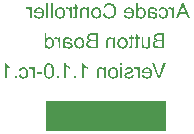
<source format=gbo>
%FSLAX33Y33*%
%MOMM*%
%ADD10C,0.0508*%
D10*
%LNpour fill*%
G01*
X22835Y17120D02*
X22835Y17120D01*
X12725Y17120*
X12725Y14630*
X22835Y14630*
X22835Y17120*
X12725Y14655D02*
X22835Y14655D01*
X12725Y14704D02*
X22835Y14704D01*
X12725Y14754D02*
X22835Y14754D01*
X12725Y14803D02*
X22835Y14803D01*
X12725Y14853D02*
X22835Y14853D01*
X12725Y14902D02*
X22835Y14902D01*
X12725Y14952D02*
X22835Y14952D01*
X12725Y15001D02*
X22835Y15001D01*
X12725Y15051D02*
X22835Y15051D01*
X12725Y15100D02*
X22835Y15100D01*
X12725Y15150D02*
X22835Y15150D01*
X12725Y15199D02*
X22835Y15199D01*
X12725Y15249D02*
X22835Y15249D01*
X12725Y15298D02*
X22835Y15298D01*
X12725Y15348D02*
X22835Y15348D01*
X12725Y15397D02*
X22835Y15397D01*
X12725Y15447D02*
X22835Y15447D01*
X12725Y15497D02*
X22835Y15497D01*
X12725Y15546D02*
X22835Y15546D01*
X12725Y15596D02*
X22835Y15596D01*
X12725Y15645D02*
X22835Y15645D01*
X12725Y15695D02*
X22835Y15695D01*
X12725Y15744D02*
X22835Y15744D01*
X12725Y15794D02*
X22835Y15794D01*
X12725Y15843D02*
X22835Y15843D01*
X12725Y15893D02*
X22835Y15893D01*
X12725Y15942D02*
X22835Y15942D01*
X12725Y15992D02*
X22835Y15992D01*
X12725Y16041D02*
X22835Y16041D01*
X12725Y16091D02*
X22835Y16091D01*
X12725Y16140D02*
X22835Y16140D01*
X12725Y16190D02*
X22835Y16190D01*
X12725Y16239D02*
X22835Y16239D01*
X12725Y16289D02*
X22835Y16289D01*
X12725Y16339D02*
X22835Y16339D01*
X12725Y16388D02*
X22835Y16388D01*
X12725Y16438D02*
X22835Y16438D01*
X12725Y16487D02*
X22835Y16487D01*
X12725Y16537D02*
X22835Y16537D01*
X12725Y16586D02*
X22835Y16586D01*
X12725Y16636D02*
X22835Y16636D01*
X12725Y16685D02*
X22835Y16685D01*
X12725Y16735D02*
X22835Y16735D01*
X12725Y16784D02*
X22835Y16784D01*
X12725Y16834D02*
X22835Y16834D01*
X12725Y16883D02*
X22835Y16883D01*
X12725Y16933D02*
X22835Y16933D01*
X12725Y16982D02*
X22835Y16982D01*
X12725Y17032D02*
X22835Y17032D01*
X12725Y17081D02*
X22835Y17081D01*
%LNbottom silkscreen_traces*%
%LNtext*%
G36*
X24895Y24130D02*
X24439Y25315D01*
X24319Y25269D01*
X24332Y25208D01*
X24348Y25147D01*
X24367Y25086D01*
X24388Y25026D01*
X24527Y24653D01*
X24527Y24653D01*
X24096Y24653D01*
X24229Y25005D01*
X24257Y25082D01*
X24282Y25151D01*
X24302Y25214D01*
X24319Y25269D01*
X24439Y25315D01*
X24406Y25403D01*
X24224Y25403D01*
X23703Y24130D01*
X23895Y24130D01*
X24044Y24515D01*
X24576Y24515D01*
X24716Y24130D01*
X24895Y24130D01*
X24895Y24130D01*
X23591Y24130D02*
X23591Y25052D01*
X23450Y25052D01*
X23450Y24912D01*
X23424Y24957D01*
X23398Y24994D01*
X23374Y25022D01*
X23351Y25042D01*
X23327Y25055D01*
X23303Y25065D01*
X23277Y25071D01*
X23250Y25073D01*
X23211Y25070D01*
X23171Y25060D01*
X23130Y25045D01*
X23090Y25022D01*
X23143Y24877D01*
X23172Y24892D01*
X23201Y24903D01*
X23229Y24909D01*
X23258Y24911D01*
X23283Y24909D01*
X23307Y24904D01*
X23329Y24894D01*
X23350Y24881D01*
X23369Y24864D01*
X23385Y24844D01*
X23398Y24821D01*
X23408Y24795D01*
X23420Y24752D01*
X23428Y24708D01*
X23433Y24661D01*
X23434Y24613D01*
X23434Y24130D01*
X23591Y24130D01*
X23591Y24130D01*
X22395Y24468D02*
X22241Y24448D01*
X22259Y24373D01*
X22286Y24306D01*
X22323Y24248D01*
X22370Y24199D01*
X22425Y24160D01*
X22486Y24132D01*
X22553Y24115D01*
X22625Y24109D01*
X22715Y24117D01*
X22796Y24140D01*
X22867Y24179D01*
X22930Y24233D01*
X22980Y24301D01*
X23016Y24383D01*
X23037Y24479D01*
X23045Y24588D01*
X23041Y24660D01*
X23032Y24728D01*
X23017Y24791D01*
X22995Y24849D01*
X22967Y24901D01*
X22933Y24947D01*
X22892Y24985D01*
X22844Y25017D01*
X22793Y25041D01*
X22739Y25059D01*
X22683Y25069D01*
X22624Y25073D01*
X22553Y25068D01*
X22488Y25054D01*
X22430Y25030D01*
X22379Y24997D01*
X22335Y24955D01*
X22300Y24905D01*
X22274Y24847D01*
X22256Y24781D01*
X22408Y24758D01*
X22421Y24801D01*
X22438Y24839D01*
X22460Y24871D01*
X22485Y24897D01*
X22514Y24918D01*
X22546Y24933D01*
X22581Y24941D01*
X22618Y24944D01*
X22675Y24939D01*
X22725Y24923D01*
X22770Y24897D01*
X22810Y24860D01*
X22842Y24811D01*
X22865Y24750D01*
X22879Y24677D01*
X22884Y24592D01*
X22879Y24505D01*
X22866Y24431D01*
X22844Y24370D01*
X22813Y24322D01*
X22774Y24285D01*
X22731Y24259D01*
X22682Y24243D01*
X22627Y24238D01*
X22583Y24241D01*
X22543Y24252D01*
X22506Y24269D01*
X22473Y24294D01*
X22445Y24326D01*
X22423Y24366D01*
X22406Y24413D01*
X22395Y24468D01*
X22395Y24468D01*
X21506Y24244D02*
X21549Y24210D01*
X21555Y24205D01*
X21615Y24293D01*
X21587Y24318D01*
X21563Y24347D01*
X21544Y24379D01*
X21533Y24409D01*
X21525Y24445D01*
X21521Y24487D01*
X21519Y24535D01*
X21519Y24593D01*
X21519Y24593D01*
X21567Y24576D01*
X21625Y24561D01*
X21695Y24547D01*
X21774Y24534D01*
X21819Y24527D01*
X21857Y24519D01*
X21887Y24511D01*
X21911Y24502D01*
X21929Y24493D01*
X21946Y24481D01*
X21960Y24467D01*
X21972Y24452D01*
X21982Y24434D01*
X21989Y24416D01*
X21993Y24397D01*
X21994Y24377D01*
X21991Y24347D01*
X21982Y24320D01*
X21967Y24295D01*
X21947Y24273D01*
X21920Y24255D01*
X21888Y24242D01*
X21851Y24234D01*
X21808Y24232D01*
X21764Y24234D01*
X21723Y24241D01*
X21684Y24254D01*
X21648Y24271D01*
X21615Y24293D01*
X21555Y24205D01*
X21591Y24181D01*
X21633Y24157D01*
X21673Y24140D01*
X21714Y24126D01*
X21756Y24117D01*
X21800Y24111D01*
X21846Y24109D01*
X21917Y24114D01*
X21980Y24128D01*
X22034Y24151D01*
X22079Y24183D01*
X22115Y24223D01*
X22140Y24268D01*
X22156Y24318D01*
X22161Y24373D01*
X22159Y24406D01*
X22153Y24438D01*
X22143Y24468D01*
X22130Y24497D01*
X22113Y24523D01*
X22094Y24547D01*
X22073Y24568D01*
X22049Y24587D01*
X22023Y24603D01*
X21996Y24616D01*
X21967Y24628D01*
X21937Y24638D01*
X21911Y24644D01*
X21879Y24650D01*
X21841Y24656D01*
X21798Y24661D01*
X21709Y24673D01*
X21634Y24686D01*
X21570Y24700D01*
X21519Y24715D01*
X21519Y24730D01*
X21518Y24741D01*
X21518Y24750D01*
X21518Y24756D01*
X21521Y24800D01*
X21529Y24837D01*
X21543Y24867D01*
X21563Y24891D01*
X21596Y24914D01*
X21637Y24930D01*
X21685Y24940D01*
X21741Y24943D01*
X21792Y24941D01*
X21836Y24934D01*
X21873Y24922D01*
X21903Y24905D01*
X21928Y24882D01*
X21949Y24851D01*
X21967Y24813D01*
X21981Y24768D01*
X22134Y24789D01*
X22122Y24836D01*
X22106Y24878D01*
X22087Y24915D01*
X22065Y24947D01*
X22039Y24976D01*
X22007Y25001D01*
X21970Y25022D01*
X21927Y25040D01*
X21880Y25055D01*
X21830Y25065D01*
X21776Y25071D01*
X21718Y25073D01*
X21662Y25071D01*
X21611Y25066D01*
X21566Y25057D01*
X21526Y25045D01*
X21492Y25030D01*
X21462Y25014D01*
X21437Y24995D01*
X21418Y24975D01*
X21401Y24953D01*
X21388Y24928D01*
X21377Y24900D01*
X21369Y24869D01*
X21366Y24845D01*
X21363Y24813D01*
X21362Y24773D01*
X21361Y24725D01*
X21361Y24516D01*
X21360Y24417D01*
X21359Y24338D01*
X21356Y24280D01*
X21351Y24241D01*
X21345Y24212D01*
X21336Y24184D01*
X21325Y24157D01*
X21312Y24130D01*
X21475Y24130D01*
X21486Y24155D01*
X21495Y24183D01*
X21502Y24212D01*
X21506Y24244D01*
X21506Y24244D01*
X20521Y24130D02*
X20521Y24246D01*
X20592Y24319D01*
X20590Y24321D01*
X20558Y24369D01*
X20536Y24427D01*
X20523Y24497D01*
X20518Y24577D01*
X20523Y24665D01*
X20536Y24741D01*
X20559Y24804D01*
X20591Y24855D01*
X20630Y24894D01*
X20672Y24921D01*
X20719Y24938D01*
X20771Y24943D01*
X20821Y24938D01*
X20866Y24922D01*
X20908Y24896D01*
X20945Y24858D01*
X20975Y24810D01*
X20997Y24749D01*
X21010Y24676D01*
X21015Y24590D01*
X21015Y24590D01*
X21010Y24507D01*
X20996Y24435D01*
X20973Y24375D01*
X20940Y24325D01*
X20901Y24287D01*
X20859Y24260D01*
X20813Y24243D01*
X20764Y24238D01*
X20715Y24243D01*
X20669Y24259D01*
X20627Y24285D01*
X20592Y24319D01*
X20521Y24246D01*
X20570Y24186D01*
X20629Y24143D01*
X20699Y24118D01*
X20779Y24109D01*
X20833Y24113D01*
X20884Y24124D01*
X20934Y24143D01*
X20981Y24170D01*
X21025Y24203D01*
X21063Y24243D01*
X21097Y24288D01*
X21125Y24340D01*
X21147Y24396D01*
X21163Y24457D01*
X21172Y24521D01*
X21175Y24590D01*
X21172Y24658D01*
X21164Y24722D01*
X21149Y24783D01*
X21129Y24841D01*
X21103Y24894D01*
X21072Y24940D01*
X21034Y24980D01*
X20991Y25013D01*
X20944Y25039D01*
X20894Y25058D01*
X20841Y25069D01*
X20786Y25073D01*
X20745Y25071D01*
X20707Y25064D01*
X20671Y25053D01*
X20637Y25038D01*
X20606Y25019D01*
X20578Y24997D01*
X20553Y24973D01*
X20531Y24946D01*
X20531Y25403D01*
X20376Y25403D01*
X20376Y24130D01*
X20521Y24130D01*
X20521Y24130D01*
X19499Y24427D02*
X19337Y24407D01*
X19361Y24340D01*
X19392Y24281D01*
X19431Y24230D01*
X19479Y24187D01*
X19534Y24153D01*
X19597Y24129D01*
X19666Y24114D01*
X19743Y24109D01*
X19839Y24117D01*
X19924Y24140D01*
X19999Y24179D01*
X20064Y24234D01*
X20115Y24302D01*
X20153Y24383D01*
X20175Y24477D01*
X20182Y24583D01*
X20175Y24693D01*
X20152Y24790D01*
X20115Y24874D01*
X20062Y24944D01*
X19998Y25001D01*
X19925Y25041D01*
X19843Y25065D01*
X19752Y25073D01*
X19738Y25072D01*
X19750Y24944D01*
X19801Y24940D01*
X19849Y24926D01*
X19892Y24904D01*
X19931Y24872D01*
X19963Y24833D01*
X19988Y24788D01*
X20004Y24737D01*
X20012Y24680D01*
X20012Y24680D01*
X19497Y24680D01*
X19505Y24734D01*
X19517Y24781D01*
X19534Y24821D01*
X19556Y24854D01*
X19596Y24894D01*
X19642Y24922D01*
X19693Y24939D01*
X19750Y24944D01*
X19738Y25072D01*
X19663Y25065D01*
X19584Y25041D01*
X19512Y25002D01*
X19449Y24947D01*
X19398Y24878D01*
X19361Y24795D01*
X19340Y24700D01*
X19332Y24593D01*
X19332Y24585D01*
X19332Y24575D01*
X19333Y24564D01*
X19333Y24551D01*
X20021Y24551D01*
X20012Y24480D01*
X19995Y24417D01*
X19969Y24363D01*
X19935Y24318D01*
X19894Y24283D01*
X19848Y24258D01*
X19797Y24243D01*
X19742Y24238D01*
X19701Y24240D01*
X19662Y24249D01*
X19627Y24263D01*
X19595Y24283D01*
X19566Y24309D01*
X19541Y24341D01*
X19518Y24381D01*
X19499Y24427D01*
X19499Y24427D01*
X17719Y24576D02*
X17551Y24534D01*
X17582Y24436D01*
X17625Y24351D01*
X17678Y24278D01*
X17741Y24217D01*
X17814Y24170D01*
X17894Y24136D01*
X17982Y24115D01*
X18078Y24108D01*
X18176Y24114D01*
X18264Y24129D01*
X18343Y24155D01*
X18412Y24192D01*
X18473Y24239D01*
X18526Y24295D01*
X18571Y24360D01*
X18609Y24435D01*
X18638Y24516D01*
X18659Y24599D01*
X18672Y24686D01*
X18676Y24776D01*
X18671Y24872D01*
X18657Y24962D01*
X18633Y25046D01*
X18600Y25123D01*
X18558Y25192D01*
X18508Y25253D01*
X18450Y25305D01*
X18384Y25348D01*
X18312Y25381D01*
X18236Y25405D01*
X18158Y25420D01*
X18075Y25424D01*
X17983Y25418D01*
X17899Y25400D01*
X17823Y25370D01*
X17754Y25327D01*
X17694Y25274D01*
X17643Y25210D01*
X17603Y25137D01*
X17572Y25054D01*
X17738Y25015D01*
X17763Y25079D01*
X17793Y25135D01*
X17827Y25181D01*
X17867Y25217D01*
X17912Y25245D01*
X17962Y25264D01*
X18017Y25276D01*
X18079Y25280D01*
X18149Y25276D01*
X18213Y25263D01*
X18272Y25241D01*
X18324Y25210D01*
X18369Y25172D01*
X18408Y25128D01*
X18439Y25077D01*
X18462Y25021D01*
X18480Y24961D01*
X18492Y24901D01*
X18500Y24839D01*
X18502Y24777D01*
X18499Y24698D01*
X18490Y24625D01*
X18476Y24556D01*
X18455Y24493D01*
X18428Y24437D01*
X18394Y24388D01*
X18354Y24346D01*
X18308Y24312D01*
X18257Y24286D01*
X18204Y24267D01*
X18149Y24256D01*
X18092Y24252D01*
X18024Y24258D01*
X17961Y24273D01*
X17904Y24298D01*
X17852Y24334D01*
X17807Y24380D01*
X17770Y24435D01*
X17740Y24501D01*
X17719Y24576D01*
X17719Y24576D01*
X17421Y24591D02*
X17412Y24711D01*
X17386Y24814D01*
X17341Y24900D01*
X17279Y24970D01*
X17216Y25015D01*
X17147Y25047D01*
X17071Y25066D01*
X16989Y25073D01*
X16898Y25065D01*
X16816Y25042D01*
X16743Y25003D01*
X16678Y24948D01*
X16625Y24880D01*
X16588Y24800D01*
X16565Y24708D01*
X16558Y24604D01*
X16561Y24520D01*
X16571Y24445D01*
X16588Y24380D01*
X16611Y24324D01*
X16641Y24276D01*
X16676Y24233D01*
X16718Y24197D01*
X16766Y24166D01*
X16818Y24141D01*
X16873Y24123D01*
X16930Y24113D01*
X16989Y24109D01*
X17000Y24110D01*
X16989Y24238D01*
X16933Y24243D01*
X16882Y24260D01*
X16836Y24287D01*
X16795Y24326D01*
X16762Y24376D01*
X16737Y24438D01*
X16723Y24511D01*
X16718Y24596D01*
X16723Y24677D01*
X16738Y24747D01*
X16762Y24806D01*
X16796Y24855D01*
X16837Y24894D01*
X16883Y24921D01*
X16934Y24938D01*
X16989Y24943D01*
X17045Y24938D01*
X17096Y24922D01*
X17142Y24894D01*
X17183Y24856D01*
X17217Y24806D01*
X17241Y24746D01*
X17256Y24674D01*
X17261Y24591D01*
X17261Y24591D01*
X17256Y24508D01*
X17241Y24436D01*
X17217Y24375D01*
X17183Y24326D01*
X17142Y24287D01*
X17096Y24260D01*
X17045Y24243D01*
X16989Y24238D01*
X17000Y24110D01*
X17081Y24117D01*
X17164Y24140D01*
X17238Y24179D01*
X17302Y24233D01*
X17354Y24302D01*
X17392Y24385D01*
X17414Y24481D01*
X17421Y24591D01*
X17421Y24591D01*
X16374Y24130D02*
X16374Y25052D01*
X16234Y25052D01*
X16234Y24921D01*
X16177Y24987D01*
X16110Y25035D01*
X16031Y25063D01*
X15940Y25073D01*
X15899Y25071D01*
X15860Y25065D01*
X15823Y25056D01*
X15787Y25043D01*
X15754Y25027D01*
X15726Y25008D01*
X15702Y24987D01*
X15682Y24964D01*
X15666Y24939D01*
X15653Y24911D01*
X15642Y24881D01*
X15634Y24849D01*
X15630Y24823D01*
X15627Y24789D01*
X15626Y24747D01*
X15625Y24697D01*
X15625Y24130D01*
X15781Y24130D01*
X15781Y24691D01*
X15783Y24736D01*
X15786Y24774D01*
X15792Y24807D01*
X15800Y24834D01*
X15810Y24856D01*
X15825Y24876D01*
X15843Y24894D01*
X15864Y24909D01*
X15889Y24922D01*
X15915Y24930D01*
X15943Y24936D01*
X15973Y24937D01*
X16021Y24933D01*
X16066Y24922D01*
X16108Y24902D01*
X16146Y24874D01*
X16177Y24835D01*
X16200Y24782D01*
X16214Y24715D01*
X16218Y24634D01*
X16218Y24130D01*
X16374Y24130D01*
X16374Y24130D01*
X15044Y24270D02*
X15022Y24132D01*
X15054Y24126D01*
X15084Y24121D01*
X15113Y24119D01*
X15140Y24118D01*
X15180Y24120D01*
X15215Y24125D01*
X15246Y24133D01*
X15272Y24145D01*
X15293Y24159D01*
X15312Y24176D01*
X15326Y24195D01*
X15338Y24216D01*
X15346Y24243D01*
X15352Y24284D01*
X15356Y24336D01*
X15357Y24400D01*
X15357Y24930D01*
X15471Y24930D01*
X15471Y25052D01*
X15357Y25052D01*
X15357Y25280D01*
X15201Y25374D01*
X15201Y25052D01*
X15044Y25052D01*
X15044Y24930D01*
X15201Y24930D01*
X15201Y24391D01*
X15201Y24361D01*
X15199Y24336D01*
X15197Y24318D01*
X15193Y24305D01*
X15188Y24296D01*
X15182Y24288D01*
X15175Y24281D01*
X15166Y24275D01*
X15156Y24270D01*
X15144Y24267D01*
X15129Y24264D01*
X15113Y24264D01*
X15099Y24264D01*
X15083Y24265D01*
X15065Y24267D01*
X15044Y24270D01*
X15044Y24270D01*
X14893Y24130D02*
X14893Y25052D01*
X14753Y25052D01*
X14753Y24912D01*
X14726Y24957D01*
X14701Y24994D01*
X14677Y25022D01*
X14653Y25042D01*
X14630Y25055D01*
X14605Y25065D01*
X14580Y25071D01*
X14553Y25073D01*
X14513Y25070D01*
X14473Y25060D01*
X14433Y25045D01*
X14392Y25022D01*
X14446Y24877D01*
X14475Y24892D01*
X14503Y24903D01*
X14532Y24909D01*
X14561Y24911D01*
X14586Y24909D01*
X14609Y24904D01*
X14632Y24894D01*
X14653Y24881D01*
X14672Y24864D01*
X14688Y24844D01*
X14701Y24821D01*
X14711Y24795D01*
X14722Y24752D01*
X14730Y24708D01*
X14735Y24661D01*
X14737Y24613D01*
X14737Y24130D01*
X14893Y24130D01*
X14893Y24130D01*
X14358Y24591D02*
X14349Y24711D01*
X14322Y24814D01*
X14278Y24900D01*
X14215Y24970D01*
X14153Y25015D01*
X14083Y25047D01*
X14008Y25066D01*
X13925Y25073D01*
X13835Y25065D01*
X13753Y25042D01*
X13679Y25003D01*
X13614Y24948D01*
X13562Y24880D01*
X13524Y24800D01*
X13501Y24708D01*
X13494Y24604D01*
X13497Y24520D01*
X13507Y24445D01*
X13524Y24380D01*
X13547Y24324D01*
X13577Y24276D01*
X13613Y24233D01*
X13655Y24197D01*
X13703Y24166D01*
X13755Y24141D01*
X13809Y24123D01*
X13866Y24113D01*
X13925Y24109D01*
X13936Y24110D01*
X13925Y24238D01*
X13870Y24243D01*
X13819Y24260D01*
X13773Y24287D01*
X13732Y24326D01*
X13698Y24376D01*
X13674Y24438D01*
X13659Y24511D01*
X13654Y24596D01*
X13659Y24677D01*
X13674Y24747D01*
X13698Y24806D01*
X13732Y24855D01*
X13773Y24894D01*
X13819Y24921D01*
X13870Y24938D01*
X13925Y24943D01*
X13981Y24938D01*
X14032Y24922D01*
X14079Y24894D01*
X14120Y24856D01*
X14154Y24806D01*
X14178Y24746D01*
X14192Y24674D01*
X14197Y24591D01*
X14197Y24591D01*
X14192Y24508D01*
X14178Y24436D01*
X14154Y24375D01*
X14120Y24326D01*
X14079Y24287D01*
X14032Y24260D01*
X13981Y24243D01*
X13925Y24238D01*
X13936Y24110D01*
X14017Y24117D01*
X14100Y24140D01*
X14174Y24179D01*
X14238Y24233D01*
X14290Y24302D01*
X14328Y24385D01*
X14350Y24481D01*
X14358Y24591D01*
X14358Y24591D01*
X13314Y24130D02*
X13314Y25403D01*
X13158Y25403D01*
X13158Y24130D01*
X13314Y24130D01*
X13314Y24130D01*
X12919Y24130D02*
X12919Y25403D01*
X12763Y25403D01*
X12763Y24130D01*
X12919Y24130D01*
X12919Y24130D01*
X11890Y24427D02*
X11728Y24407D01*
X11751Y24340D01*
X11783Y24281D01*
X11822Y24230D01*
X11870Y24187D01*
X11925Y24153D01*
X11987Y24129D01*
X12057Y24114D01*
X12133Y24109D01*
X12229Y24117D01*
X12315Y24140D01*
X12390Y24179D01*
X12454Y24234D01*
X12506Y24302D01*
X12543Y24383D01*
X12565Y24477D01*
X12573Y24583D01*
X12565Y24693D01*
X12543Y24790D01*
X12505Y24874D01*
X12453Y24944D01*
X12389Y25001D01*
X12315Y25041D01*
X12233Y25065D01*
X12142Y25073D01*
X12129Y25072D01*
X12140Y24944D01*
X12192Y24940D01*
X12239Y24926D01*
X12283Y24904D01*
X12321Y24872D01*
X12354Y24833D01*
X12378Y24788D01*
X12395Y24737D01*
X12403Y24680D01*
X12403Y24680D01*
X11888Y24680D01*
X11895Y24734D01*
X11908Y24781D01*
X11925Y24821D01*
X11947Y24854D01*
X11987Y24894D01*
X12033Y24922D01*
X12084Y24939D01*
X12140Y24944D01*
X12129Y25072D01*
X12054Y25065D01*
X11974Y25041D01*
X11903Y25002D01*
X11840Y24947D01*
X11789Y24878D01*
X11752Y24795D01*
X11730Y24700D01*
X11723Y24593D01*
X11723Y24585D01*
X11723Y24575D01*
X11723Y24564D01*
X11724Y24551D01*
X12411Y24551D01*
X12403Y24480D01*
X12385Y24417D01*
X12360Y24363D01*
X12325Y24318D01*
X12284Y24283D01*
X12239Y24258D01*
X12188Y24243D01*
X12133Y24238D01*
X12091Y24240D01*
X12053Y24249D01*
X12018Y24263D01*
X11986Y24283D01*
X11957Y24309D01*
X11931Y24341D01*
X11909Y24381D01*
X11890Y24427D01*
X11890Y24427D01*
X11534Y24130D02*
X11534Y25052D01*
X11393Y25052D01*
X11393Y24912D01*
X11367Y24957D01*
X11341Y24994D01*
X11317Y25022D01*
X11293Y25042D01*
X11270Y25055D01*
X11246Y25065D01*
X11220Y25071D01*
X11193Y25073D01*
X11154Y25070D01*
X11114Y25060D01*
X11073Y25045D01*
X11033Y25022D01*
X11086Y24877D01*
X11115Y24892D01*
X11144Y24903D01*
X11172Y24909D01*
X11201Y24911D01*
X11226Y24909D01*
X11250Y24904D01*
X11272Y24894D01*
X11293Y24881D01*
X11312Y24864D01*
X11328Y24844D01*
X11341Y24821D01*
X11351Y24795D01*
X11363Y24752D01*
X11371Y24708D01*
X11376Y24661D01*
X11377Y24613D01*
X11377Y24130D01*
X11534Y24130D01*
X11534Y24130D01*
X22359Y19050D02*
X22852Y20323D01*
X22670Y20323D01*
X22339Y19398D01*
X22320Y19343D01*
X22302Y19290D01*
X22287Y19239D01*
X22272Y19190D01*
X22257Y19242D01*
X22240Y19294D01*
X22223Y19346D01*
X22204Y19398D01*
X21860Y20323D01*
X21688Y20323D01*
X22186Y19050D01*
X22359Y19050D01*
X22359Y19050D01*
X21024Y19347D02*
X20862Y19327D01*
X20885Y19260D01*
X20917Y19201D01*
X20956Y19150D01*
X21004Y19107D01*
X21059Y19073D01*
X21121Y19049D01*
X21191Y19034D01*
X21268Y19029D01*
X21364Y19037D01*
X21449Y19060D01*
X21524Y19099D01*
X21589Y19154D01*
X21640Y19222D01*
X21677Y19303D01*
X21700Y19397D01*
X21707Y19503D01*
X21700Y19613D01*
X21677Y19710D01*
X21640Y19794D01*
X21587Y19864D01*
X21523Y19921D01*
X21450Y19961D01*
X21367Y19985D01*
X21276Y19993D01*
X21263Y19992D01*
X21275Y19864D01*
X21326Y19860D01*
X21374Y19846D01*
X21417Y19824D01*
X21456Y19792D01*
X21488Y19753D01*
X21513Y19708D01*
X21529Y19657D01*
X21537Y19600D01*
X21537Y19600D01*
X21022Y19600D01*
X21030Y19654D01*
X21042Y19701D01*
X21059Y19741D01*
X21081Y19774D01*
X21121Y19814D01*
X21167Y19842D01*
X21218Y19859D01*
X21275Y19864D01*
X21263Y19992D01*
X21188Y19985D01*
X21108Y19961D01*
X21037Y19922D01*
X20974Y19867D01*
X20923Y19798D01*
X20886Y19715D01*
X20864Y19620D01*
X20857Y19513D01*
X20857Y19505D01*
X20857Y19495D01*
X20858Y19484D01*
X20858Y19471D01*
X21546Y19471D01*
X21537Y19400D01*
X21520Y19337D01*
X21494Y19283D01*
X21460Y19238D01*
X21419Y19203D01*
X21373Y19178D01*
X21322Y19163D01*
X21267Y19158D01*
X21225Y19160D01*
X21187Y19169D01*
X21152Y19183D01*
X21120Y19203D01*
X21091Y19229D01*
X21066Y19261D01*
X21043Y19301D01*
X21024Y19347D01*
X21024Y19347D01*
X20668Y19050D02*
X20668Y19972D01*
X20527Y19972D01*
X20527Y19832D01*
X20501Y19877D01*
X20475Y19914D01*
X20451Y19942D01*
X20428Y19962D01*
X20404Y19975D01*
X20380Y19985D01*
X20354Y19991D01*
X20328Y19993D01*
X20288Y19990D01*
X20248Y19980D01*
X20208Y19965D01*
X20167Y19942D01*
X20221Y19797D01*
X20249Y19812D01*
X20278Y19823D01*
X20307Y19829D01*
X20335Y19831D01*
X20360Y19829D01*
X20384Y19824D01*
X20406Y19814D01*
X20427Y19801D01*
X20446Y19784D01*
X20462Y19764D01*
X20475Y19741D01*
X20486Y19715D01*
X20497Y19672D01*
X20505Y19628D01*
X20510Y19581D01*
X20512Y19533D01*
X20512Y19050D01*
X20668Y19050D01*
X20668Y19050D01*
X20137Y19325D02*
X19982Y19350D01*
X19973Y19306D01*
X19957Y19267D01*
X19936Y19235D01*
X19910Y19207D01*
X19877Y19185D01*
X19838Y19170D01*
X19794Y19161D01*
X19743Y19158D01*
X19693Y19160D01*
X19650Y19169D01*
X19613Y19182D01*
X19584Y19201D01*
X19561Y19224D01*
X19544Y19249D01*
X19535Y19276D01*
X19531Y19304D01*
X19534Y19329D01*
X19543Y19352D01*
X19557Y19371D01*
X19577Y19388D01*
X19599Y19399D01*
X19633Y19411D01*
X19679Y19425D01*
X19737Y19441D01*
X19817Y19462D01*
X19883Y19481D01*
X19936Y19499D01*
X19975Y19516D01*
X20007Y19533D01*
X20034Y19554D01*
X20057Y19577D01*
X20076Y19603D01*
X20091Y19632D01*
X20102Y19662D01*
X20108Y19694D01*
X20110Y19727D01*
X20109Y19757D01*
X20103Y19787D01*
X20095Y19814D01*
X20082Y19841D01*
X20067Y19866D01*
X20049Y19889D01*
X20028Y19910D01*
X20005Y19929D01*
X19986Y19942D01*
X19962Y19953D01*
X19936Y19964D01*
X19906Y19974D01*
X19874Y19982D01*
X19841Y19988D01*
X19807Y19992D01*
X19771Y19993D01*
X19718Y19991D01*
X19669Y19985D01*
X19623Y19975D01*
X19580Y19962D01*
X19542Y19945D01*
X19509Y19925D01*
X19482Y19902D01*
X19459Y19877D01*
X19441Y19848D01*
X19426Y19815D01*
X19414Y19777D01*
X19406Y19734D01*
X19558Y19713D01*
X19566Y19747D01*
X19579Y19777D01*
X19596Y19802D01*
X19619Y19824D01*
X19646Y19842D01*
X19679Y19854D01*
X19717Y19862D01*
X19760Y19864D01*
X19810Y19862D01*
X19852Y19855D01*
X19887Y19844D01*
X19913Y19829D01*
X19934Y19810D01*
X19948Y19790D01*
X19957Y19769D01*
X19959Y19745D01*
X19958Y19731D01*
X19955Y19717D01*
X19949Y19703D01*
X19940Y19691D01*
X19929Y19679D01*
X19916Y19668D01*
X19899Y19658D01*
X19880Y19649D01*
X19863Y19643D01*
X19834Y19635D01*
X19794Y19623D01*
X19742Y19609D01*
X19666Y19588D01*
X19602Y19569D01*
X19550Y19552D01*
X19511Y19537D01*
X19480Y19521D01*
X19453Y19502D01*
X19429Y19480D01*
X19408Y19455D01*
X19392Y19426D01*
X19380Y19394D01*
X19373Y19359D01*
X19371Y19321D01*
X19374Y19282D01*
X19382Y19245D01*
X19396Y19209D01*
X19416Y19174D01*
X19442Y19141D01*
X19472Y19113D01*
X19507Y19088D01*
X19548Y19067D01*
X19592Y19050D01*
X19640Y19039D01*
X19690Y19032D01*
X19742Y19029D01*
X19827Y19034D01*
X19901Y19048D01*
X19964Y19071D01*
X20016Y19104D01*
X20059Y19146D01*
X20093Y19197D01*
X20119Y19256D01*
X20137Y19325D01*
X20137Y19325D01*
X19184Y19050D02*
X19184Y19972D01*
X19028Y19972D01*
X19028Y19050D01*
X19184Y19050D01*
X19184Y19050D01*
X19184Y20143D02*
X19184Y20323D01*
X19028Y20323D01*
X19028Y20143D01*
X19184Y20143D01*
X19184Y20143D01*
X18848Y19511D02*
X18839Y19631D01*
X18813Y19734D01*
X18768Y19820D01*
X18706Y19890D01*
X18643Y19935D01*
X18574Y19967D01*
X18498Y19986D01*
X18416Y19993D01*
X18325Y19985D01*
X18243Y19962D01*
X18170Y19923D01*
X18105Y19868D01*
X18052Y19800D01*
X18015Y19720D01*
X17992Y19628D01*
X17984Y19524D01*
X17988Y19440D01*
X17998Y19365D01*
X18014Y19300D01*
X18038Y19244D01*
X18067Y19196D01*
X18103Y19153D01*
X18145Y19117D01*
X18193Y19086D01*
X18245Y19061D01*
X18300Y19043D01*
X18357Y19033D01*
X18416Y19029D01*
X18427Y19030D01*
X18416Y19158D01*
X18360Y19163D01*
X18309Y19180D01*
X18263Y19207D01*
X18222Y19246D01*
X18188Y19296D01*
X18164Y19358D01*
X18150Y19431D01*
X18145Y19516D01*
X18150Y19597D01*
X18164Y19667D01*
X18189Y19726D01*
X18223Y19775D01*
X18264Y19814D01*
X18310Y19841D01*
X18360Y19858D01*
X18416Y19863D01*
X18472Y19858D01*
X18523Y19842D01*
X18569Y19814D01*
X18610Y19776D01*
X18644Y19726D01*
X18668Y19666D01*
X18683Y19594D01*
X18688Y19511D01*
X18688Y19511D01*
X18683Y19428D01*
X18668Y19356D01*
X18644Y19295D01*
X18610Y19246D01*
X18569Y19207D01*
X18523Y19180D01*
X18472Y19163D01*
X18416Y19158D01*
X18427Y19030D01*
X18508Y19037D01*
X18591Y19060D01*
X18664Y19099D01*
X18729Y19153D01*
X18781Y19222D01*
X18818Y19305D01*
X18841Y19401D01*
X18848Y19511D01*
X18848Y19511D01*
X17801Y19050D02*
X17801Y19972D01*
X17661Y19972D01*
X17661Y19841D01*
X17604Y19907D01*
X17536Y19955D01*
X17457Y19983D01*
X17367Y19993D01*
X17326Y19991D01*
X17287Y19985D01*
X17250Y19976D01*
X17214Y19963D01*
X17181Y19947D01*
X17153Y19928D01*
X17129Y19907D01*
X17109Y19884D01*
X17093Y19859D01*
X17080Y19831D01*
X17069Y19801D01*
X17061Y19769D01*
X17057Y19743D01*
X17054Y19709D01*
X17052Y19667D01*
X17052Y19617D01*
X17052Y19050D01*
X17208Y19050D01*
X17208Y19611D01*
X17209Y19656D01*
X17213Y19694D01*
X17218Y19727D01*
X17226Y19754D01*
X17237Y19776D01*
X17252Y19796D01*
X17270Y19814D01*
X17291Y19829D01*
X17315Y19842D01*
X17342Y19850D01*
X17370Y19856D01*
X17400Y19857D01*
X17448Y19853D01*
X17493Y19842D01*
X17534Y19822D01*
X17572Y19794D01*
X17604Y19755D01*
X17627Y19702D01*
X17640Y19635D01*
X17645Y19554D01*
X17645Y19050D01*
X17801Y19050D01*
X17801Y19050D01*
X15773Y19050D02*
X15929Y19050D01*
X15929Y20046D01*
X15960Y20019D01*
X15995Y19992D01*
X16034Y19965D01*
X16077Y19938D01*
X16122Y19913D01*
X16164Y19891D01*
X16204Y19873D01*
X16242Y19857D01*
X16242Y20008D01*
X16178Y20041D01*
X16119Y20077D01*
X16064Y20116D01*
X16013Y20158D01*
X15967Y20201D01*
X15929Y20244D01*
X15898Y20286D01*
X15874Y20328D01*
X15773Y20328D01*
X15773Y19050D01*
X15773Y19050D01*
X15285Y19050D02*
X15285Y19228D01*
X15107Y19228D01*
X15107Y19050D01*
X15285Y19050D01*
X15285Y19050D01*
X14290Y19050D02*
X14447Y19050D01*
X14447Y20046D01*
X14477Y20019D01*
X14512Y19992D01*
X14551Y19965D01*
X14595Y19938D01*
X14639Y19913D01*
X14682Y19891D01*
X14721Y19873D01*
X14759Y19857D01*
X14759Y20008D01*
X14696Y20041D01*
X14636Y20077D01*
X14581Y20116D01*
X14530Y20158D01*
X14484Y20201D01*
X14446Y20244D01*
X14415Y20286D01*
X14391Y20328D01*
X14290Y20328D01*
X14290Y19050D01*
X14290Y19050D01*
X13802Y19050D02*
X13802Y19228D01*
X13624Y19228D01*
X13624Y19050D01*
X13802Y19050D01*
X13802Y19050D01*
X13396Y19678D02*
X13393Y19785D01*
X13384Y19881D01*
X13370Y19967D01*
X13350Y20041D01*
X13324Y20106D01*
X13292Y20163D01*
X13255Y20212D01*
X13212Y20253D01*
X13163Y20286D01*
X13108Y20309D01*
X13048Y20323D01*
X12981Y20328D01*
X12931Y20325D01*
X12885Y20318D01*
X12842Y20305D01*
X12801Y20287D01*
X12764Y20264D01*
X12731Y20236D01*
X12701Y20204D01*
X12674Y20168D01*
X12650Y20127D01*
X12629Y20082D01*
X12610Y20032D01*
X12595Y19979D01*
X12582Y19918D01*
X12573Y19848D01*
X12568Y19767D01*
X12566Y19678D01*
X12569Y19571D01*
X12578Y19475D01*
X12592Y19390D01*
X12612Y19316D01*
X12638Y19251D01*
X12670Y19194D01*
X12707Y19145D01*
X12750Y19103D01*
X12799Y19071D01*
X12853Y19047D01*
X12914Y19033D01*
X12981Y19028D01*
X12993Y19029D01*
X12981Y19157D01*
X12929Y19163D01*
X12882Y19183D01*
X12839Y19215D01*
X12800Y19261D01*
X12768Y19326D01*
X12745Y19417D01*
X12731Y19534D01*
X12727Y19678D01*
X12731Y19822D01*
X12745Y19939D01*
X12768Y20030D01*
X12800Y20095D01*
X12839Y20140D01*
X12882Y20173D01*
X12930Y20192D01*
X12983Y20199D01*
X13034Y20193D01*
X13080Y20176D01*
X13120Y20147D01*
X13155Y20107D01*
X13190Y20037D01*
X13215Y19942D01*
X13230Y19822D01*
X13235Y19678D01*
X13235Y19678D01*
X13231Y19534D01*
X13217Y19417D01*
X13194Y19326D01*
X13162Y19261D01*
X13123Y19215D01*
X13080Y19183D01*
X13033Y19163D01*
X12981Y19157D01*
X12993Y19029D01*
X13068Y19037D01*
X13145Y19061D01*
X13213Y19103D01*
X13270Y19160D01*
X13325Y19252D01*
X13365Y19369D01*
X13388Y19511D01*
X13396Y19678D01*
X13396Y19678D01*
X12425Y19432D02*
X12425Y19589D01*
X11945Y19589D01*
X11945Y19432D01*
X12425Y19432D01*
X12425Y19432D01*
X11774Y19050D02*
X11774Y19972D01*
X11633Y19972D01*
X11633Y19832D01*
X11606Y19877D01*
X11581Y19914D01*
X11557Y19942D01*
X11533Y19962D01*
X11510Y19975D01*
X11486Y19985D01*
X11460Y19991D01*
X11433Y19993D01*
X11394Y19990D01*
X11354Y19980D01*
X11313Y19965D01*
X11273Y19942D01*
X11326Y19797D01*
X11355Y19812D01*
X11384Y19823D01*
X11412Y19829D01*
X11441Y19831D01*
X11466Y19829D01*
X11490Y19824D01*
X11512Y19814D01*
X11533Y19801D01*
X11552Y19784D01*
X11568Y19764D01*
X11581Y19741D01*
X11591Y19715D01*
X11603Y19672D01*
X11611Y19628D01*
X11616Y19581D01*
X11617Y19533D01*
X11617Y19050D01*
X11774Y19050D01*
X11774Y19050D01*
X10578Y19388D02*
X10424Y19368D01*
X10442Y19293D01*
X10469Y19226D01*
X10506Y19168D01*
X10553Y19119D01*
X10608Y19080D01*
X10669Y19052D01*
X10736Y19035D01*
X10808Y19029D01*
X10898Y19037D01*
X10979Y19060D01*
X11050Y19099D01*
X11112Y19153D01*
X11163Y19221D01*
X11199Y19303D01*
X11220Y19399D01*
X11227Y19508D01*
X11224Y19580D01*
X11215Y19648D01*
X11200Y19711D01*
X11178Y19769D01*
X11150Y19821D01*
X11116Y19867D01*
X11075Y19905D01*
X11027Y19937D01*
X10976Y19961D01*
X10922Y19979D01*
X10866Y19989D01*
X10807Y19993D01*
X10736Y19988D01*
X10671Y19974D01*
X10613Y19950D01*
X10562Y19917D01*
X10518Y19875D01*
X10483Y19825D01*
X10457Y19767D01*
X10439Y19701D01*
X10591Y19678D01*
X10604Y19721D01*
X10621Y19759D01*
X10642Y19791D01*
X10668Y19817D01*
X10697Y19838D01*
X10729Y19853D01*
X10764Y19861D01*
X10801Y19864D01*
X10857Y19859D01*
X10908Y19843D01*
X10953Y19817D01*
X10993Y19780D01*
X11025Y19731D01*
X11048Y19670D01*
X11062Y19597D01*
X11067Y19512D01*
X11062Y19425D01*
X11049Y19351D01*
X11027Y19290D01*
X10996Y19242D01*
X10957Y19205D01*
X10914Y19179D01*
X10864Y19163D01*
X10810Y19158D01*
X10766Y19161D01*
X10725Y19172D01*
X10689Y19189D01*
X10656Y19214D01*
X10628Y19246D01*
X10606Y19286D01*
X10589Y19333D01*
X10578Y19388D01*
X10578Y19388D01*
X10246Y19050D02*
X10246Y19228D01*
X10068Y19228D01*
X10068Y19050D01*
X10246Y19050D01*
X10246Y19050D01*
X9251Y19050D02*
X9408Y19050D01*
X9408Y20046D01*
X9438Y20019D01*
X9473Y19992D01*
X9512Y19965D01*
X9556Y19938D01*
X9600Y19913D01*
X9643Y19891D01*
X9683Y19873D01*
X9720Y19857D01*
X9720Y20008D01*
X9657Y20041D01*
X9597Y20077D01*
X9542Y20116D01*
X9491Y20158D01*
X9446Y20201D01*
X9407Y20244D01*
X9376Y20286D01*
X9352Y20328D01*
X9251Y20328D01*
X9251Y19050D01*
X9251Y19050D01*
X22730Y21590D02*
X22730Y22863D01*
X22252Y22863D01*
X22183Y22860D01*
X22121Y22853D01*
X22066Y22841D01*
X22018Y22824D01*
X21977Y22802D01*
X21940Y22775D01*
X21908Y22743D01*
X21880Y22705D01*
X21858Y22665D01*
X21843Y22623D01*
X21833Y22581D01*
X21830Y22537D01*
X21833Y22497D01*
X21841Y22458D01*
X21855Y22420D01*
X21875Y22384D01*
X21900Y22349D01*
X21930Y22318D01*
X21966Y22291D01*
X22008Y22267D01*
X22058Y22147D01*
X22081Y22156D01*
X22117Y22166D01*
X22160Y22172D01*
X22210Y22176D01*
X22267Y22178D01*
X22561Y22178D01*
X22561Y21740D01*
X22561Y21740D01*
X22244Y21740D01*
X22207Y21741D01*
X22175Y21742D01*
X22149Y21744D01*
X22130Y21746D01*
X22102Y21752D01*
X22076Y21760D01*
X22053Y21770D01*
X22033Y21781D01*
X22014Y21795D01*
X21997Y21811D01*
X21982Y21830D01*
X21968Y21852D01*
X21957Y21876D01*
X21950Y21902D01*
X21945Y21929D01*
X21943Y21959D01*
X21945Y21993D01*
X21952Y22025D01*
X21964Y22055D01*
X21980Y22083D01*
X22000Y22107D01*
X22023Y22127D01*
X22050Y22144D01*
X22058Y22147D01*
X22008Y22267D01*
X22069Y22368D01*
X22047Y22386D01*
X22029Y22406D01*
X22014Y22430D01*
X22004Y22456D01*
X21998Y22485D01*
X21996Y22517D01*
X21998Y22548D01*
X22004Y22577D01*
X22013Y22604D01*
X22027Y22629D01*
X22043Y22651D01*
X22063Y22669D01*
X22087Y22684D01*
X22113Y22695D01*
X22147Y22703D01*
X22190Y22708D01*
X22243Y22711D01*
X22307Y22713D01*
X22561Y22713D01*
X22561Y22328D01*
X22561Y22328D01*
X22286Y22328D01*
X22234Y22329D01*
X22190Y22332D01*
X22154Y22336D01*
X22126Y22343D01*
X22095Y22354D01*
X22069Y22368D01*
X22008Y22267D01*
X21954Y22247D01*
X21906Y22221D01*
X21865Y22190D01*
X21831Y22152D01*
X21804Y22109D01*
X21784Y22063D01*
X21773Y22013D01*
X21769Y21959D01*
X21771Y21915D01*
X21778Y21873D01*
X21790Y21832D01*
X21806Y21793D01*
X21826Y21756D01*
X21849Y21725D01*
X21873Y21697D01*
X21900Y21674D01*
X21929Y21655D01*
X21962Y21638D01*
X21999Y21623D01*
X22039Y21611D01*
X22083Y21602D01*
X22132Y21595D01*
X22186Y21591D01*
X22244Y21590D01*
X22730Y21590D01*
X22730Y21590D01*
X20953Y21590D02*
X20953Y21725D01*
X21011Y21657D01*
X21080Y21608D01*
X21158Y21579D01*
X21245Y21569D01*
X21285Y21571D01*
X21324Y21577D01*
X21361Y21587D01*
X21398Y21600D01*
X21431Y21617D01*
X21459Y21636D01*
X21483Y21656D01*
X21503Y21679D01*
X21518Y21704D01*
X21532Y21732D01*
X21543Y21762D01*
X21551Y21795D01*
X21555Y21821D01*
X21558Y21854D01*
X21560Y21894D01*
X21560Y21941D01*
X21560Y22512D01*
X21404Y22512D01*
X21404Y22001D01*
X21403Y21944D01*
X21402Y21898D01*
X21399Y21862D01*
X21395Y21836D01*
X21385Y21807D01*
X21372Y21781D01*
X21354Y21758D01*
X21332Y21739D01*
X21307Y21724D01*
X21279Y21713D01*
X21248Y21706D01*
X21214Y21704D01*
X21179Y21706D01*
X21146Y21713D01*
X21113Y21724D01*
X21082Y21740D01*
X21053Y21759D01*
X21029Y21782D01*
X21010Y21808D01*
X20995Y21838D01*
X20984Y21872D01*
X20976Y21914D01*
X20971Y21962D01*
X20969Y22018D01*
X20969Y22512D01*
X20813Y22512D01*
X20813Y21590D01*
X20953Y21590D01*
X20953Y21590D01*
X20227Y21730D02*
X20204Y21592D01*
X20236Y21586D01*
X20267Y21581D01*
X20295Y21579D01*
X20322Y21578D01*
X20362Y21580D01*
X20398Y21585D01*
X20428Y21593D01*
X20454Y21605D01*
X20476Y21619D01*
X20494Y21636D01*
X20509Y21655D01*
X20520Y21676D01*
X20529Y21703D01*
X20535Y21744D01*
X20538Y21796D01*
X20539Y21860D01*
X20539Y22390D01*
X20654Y22390D01*
X20654Y22512D01*
X20539Y22512D01*
X20539Y22740D01*
X20384Y22834D01*
X20384Y22512D01*
X20227Y22512D01*
X20227Y22390D01*
X20384Y22390D01*
X20384Y21851D01*
X20383Y21821D01*
X20382Y21796D01*
X20379Y21778D01*
X20376Y21765D01*
X20371Y21756D01*
X20365Y21748D01*
X20357Y21741D01*
X20349Y21735D01*
X20338Y21730D01*
X20326Y21727D01*
X20312Y21724D01*
X20295Y21724D01*
X20281Y21724D01*
X20265Y21725D01*
X20247Y21727D01*
X20227Y21730D01*
X20227Y21730D01*
X19733Y21730D02*
X19710Y21592D01*
X19742Y21586D01*
X19773Y21581D01*
X19801Y21579D01*
X19828Y21578D01*
X19868Y21580D01*
X19904Y21585D01*
X19934Y21593D01*
X19960Y21605D01*
X19982Y21619D01*
X20000Y21636D01*
X20015Y21655D01*
X20026Y21676D01*
X20035Y21703D01*
X20041Y21744D01*
X20044Y21796D01*
X20045Y21860D01*
X20045Y22390D01*
X20160Y22390D01*
X20160Y22512D01*
X20045Y22512D01*
X20045Y22740D01*
X19890Y22834D01*
X19890Y22512D01*
X19733Y22512D01*
X19733Y22390D01*
X19890Y22390D01*
X19890Y21851D01*
X19889Y21821D01*
X19888Y21796D01*
X19885Y21778D01*
X19882Y21765D01*
X19877Y21756D01*
X19871Y21748D01*
X19864Y21741D01*
X19855Y21735D01*
X19844Y21730D01*
X19832Y21727D01*
X19818Y21724D01*
X19801Y21724D01*
X19787Y21724D01*
X19771Y21725D01*
X19753Y21727D01*
X19733Y21730D01*
X19733Y21730D01*
X19638Y22051D02*
X19629Y22171D01*
X19603Y22274D01*
X19558Y22360D01*
X19496Y22430D01*
X19433Y22475D01*
X19364Y22507D01*
X19288Y22526D01*
X19206Y22533D01*
X19115Y22525D01*
X19033Y22502D01*
X18960Y22463D01*
X18895Y22408D01*
X18842Y22340D01*
X18805Y22260D01*
X18782Y22168D01*
X18774Y22064D01*
X18778Y21980D01*
X18788Y21905D01*
X18804Y21840D01*
X18828Y21784D01*
X18858Y21736D01*
X18893Y21693D01*
X18935Y21657D01*
X18983Y21626D01*
X19035Y21601D01*
X19090Y21583D01*
X19147Y21573D01*
X19206Y21569D01*
X19217Y21570D01*
X19206Y21698D01*
X19150Y21703D01*
X19099Y21720D01*
X19053Y21747D01*
X19012Y21786D01*
X18978Y21836D01*
X18954Y21898D01*
X18940Y21971D01*
X18935Y22056D01*
X18940Y22137D01*
X18954Y22207D01*
X18979Y22266D01*
X19013Y22315D01*
X19054Y22354D01*
X19100Y22381D01*
X19151Y22398D01*
X19206Y22403D01*
X19262Y22398D01*
X19313Y22382D01*
X19359Y22354D01*
X19400Y22316D01*
X19434Y22266D01*
X19458Y22206D01*
X19473Y22134D01*
X19478Y22051D01*
X19478Y22051D01*
X19473Y21968D01*
X19458Y21896D01*
X19434Y21835D01*
X19400Y21786D01*
X19359Y21747D01*
X19313Y21720D01*
X19262Y21703D01*
X19206Y21698D01*
X19217Y21570D01*
X19298Y21577D01*
X19381Y21600D01*
X19455Y21639D01*
X19519Y21693D01*
X19571Y21762D01*
X19608Y21845D01*
X19631Y21941D01*
X19638Y22051D01*
X19638Y22051D01*
X18591Y21590D02*
X18591Y22512D01*
X18451Y22512D01*
X18451Y22381D01*
X18394Y22447D01*
X18326Y22495D01*
X18247Y22523D01*
X18157Y22533D01*
X18116Y22531D01*
X18077Y22525D01*
X18040Y22516D01*
X18004Y22503D01*
X17971Y22487D01*
X17943Y22468D01*
X17919Y22447D01*
X17899Y22424D01*
X17883Y22399D01*
X17870Y22371D01*
X17859Y22341D01*
X17851Y22309D01*
X17847Y22283D01*
X17844Y22249D01*
X17843Y22207D01*
X17842Y22157D01*
X17842Y21590D01*
X17998Y21590D01*
X17998Y22151D01*
X17999Y22196D01*
X18003Y22234D01*
X18009Y22267D01*
X18016Y22294D01*
X18027Y22316D01*
X18042Y22336D01*
X18060Y22354D01*
X18081Y22369D01*
X18105Y22382D01*
X18132Y22390D01*
X18160Y22396D01*
X18190Y22397D01*
X18238Y22393D01*
X18283Y22382D01*
X18324Y22362D01*
X18362Y22334D01*
X18394Y22295D01*
X18417Y22242D01*
X18430Y22175D01*
X18435Y22094D01*
X18435Y21590D01*
X18591Y21590D01*
X18591Y21590D01*
X17095Y21590D02*
X17095Y22863D01*
X16618Y22863D01*
X16549Y22860D01*
X16486Y22853D01*
X16432Y22841D01*
X16384Y22824D01*
X16342Y22802D01*
X16305Y22775D01*
X16273Y22743D01*
X16246Y22705D01*
X16224Y22665D01*
X16208Y22623D01*
X16199Y22581D01*
X16196Y22537D01*
X16199Y22497D01*
X16207Y22458D01*
X16221Y22420D01*
X16240Y22384D01*
X16265Y22349D01*
X16296Y22318D01*
X16332Y22291D01*
X16374Y22267D01*
X16423Y22147D01*
X16446Y22156D01*
X16482Y22166D01*
X16525Y22172D01*
X16575Y22176D01*
X16633Y22178D01*
X16927Y22178D01*
X16927Y21740D01*
X16927Y21740D01*
X16610Y21740D01*
X16572Y21741D01*
X16541Y21742D01*
X16515Y21744D01*
X16495Y21746D01*
X16468Y21752D01*
X16442Y21760D01*
X16419Y21770D01*
X16398Y21781D01*
X16380Y21795D01*
X16363Y21811D01*
X16347Y21830D01*
X16334Y21852D01*
X16323Y21876D01*
X16315Y21902D01*
X16310Y21929D01*
X16309Y21959D01*
X16311Y21993D01*
X16318Y22025D01*
X16329Y22055D01*
X16345Y22083D01*
X16365Y22107D01*
X16389Y22127D01*
X16416Y22144D01*
X16423Y22147D01*
X16374Y22267D01*
X16435Y22368D01*
X16413Y22386D01*
X16394Y22406D01*
X16380Y22430D01*
X16370Y22456D01*
X16364Y22485D01*
X16362Y22517D01*
X16364Y22548D01*
X16369Y22577D01*
X16379Y22604D01*
X16392Y22629D01*
X16409Y22651D01*
X16429Y22669D01*
X16452Y22684D01*
X16479Y22695D01*
X16512Y22703D01*
X16556Y22708D01*
X16609Y22711D01*
X16673Y22713D01*
X16927Y22713D01*
X16927Y22328D01*
X16927Y22328D01*
X16652Y22328D01*
X16600Y22329D01*
X16556Y22332D01*
X16519Y22336D01*
X16491Y22343D01*
X16461Y22354D01*
X16435Y22368D01*
X16374Y22267D01*
X16320Y22247D01*
X16272Y22221D01*
X16231Y22190D01*
X16196Y22152D01*
X16169Y22109D01*
X16150Y22063D01*
X16138Y22013D01*
X16134Y21959D01*
X16137Y21915D01*
X16144Y21873D01*
X16156Y21832D01*
X16172Y21793D01*
X16192Y21756D01*
X16214Y21725D01*
X16239Y21697D01*
X16265Y21674D01*
X16295Y21655D01*
X16328Y21638D01*
X16365Y21623D01*
X16405Y21611D01*
X16449Y21602D01*
X16498Y21595D01*
X16552Y21591D01*
X16610Y21590D01*
X17095Y21590D01*
X17095Y21590D01*
X15981Y22051D02*
X15972Y22171D01*
X15945Y22274D01*
X15901Y22360D01*
X15838Y22430D01*
X15776Y22475D01*
X15706Y22507D01*
X15631Y22526D01*
X15548Y22533D01*
X15458Y22525D01*
X15376Y22502D01*
X15302Y22463D01*
X15237Y22408D01*
X15185Y22340D01*
X15147Y22260D01*
X15124Y22168D01*
X15117Y22064D01*
X15120Y21980D01*
X15130Y21905D01*
X15147Y21840D01*
X15170Y21784D01*
X15200Y21736D01*
X15236Y21693D01*
X15278Y21657D01*
X15326Y21626D01*
X15378Y21601D01*
X15432Y21583D01*
X15489Y21573D01*
X15548Y21569D01*
X15559Y21570D01*
X15548Y21698D01*
X15493Y21703D01*
X15442Y21720D01*
X15396Y21747D01*
X15355Y21786D01*
X15321Y21836D01*
X15297Y21898D01*
X15282Y21971D01*
X15277Y22056D01*
X15282Y22137D01*
X15297Y22207D01*
X15321Y22266D01*
X15355Y22315D01*
X15396Y22354D01*
X15442Y22381D01*
X15493Y22398D01*
X15548Y22403D01*
X15604Y22398D01*
X15655Y22382D01*
X15702Y22354D01*
X15743Y22316D01*
X15777Y22266D01*
X15801Y22206D01*
X15815Y22134D01*
X15820Y22051D01*
X15820Y22051D01*
X15815Y21968D01*
X15801Y21896D01*
X15777Y21835D01*
X15743Y21786D01*
X15702Y21747D01*
X15655Y21720D01*
X15604Y21703D01*
X15548Y21698D01*
X15559Y21570D01*
X15640Y21577D01*
X15723Y21600D01*
X15797Y21639D01*
X15861Y21693D01*
X15913Y21762D01*
X15951Y21845D01*
X15973Y21941D01*
X15981Y22051D01*
X15981Y22051D01*
X14332Y21704D02*
X14375Y21670D01*
X14381Y21665D01*
X14441Y21753D01*
X14412Y21778D01*
X14389Y21807D01*
X14370Y21839D01*
X14359Y21869D01*
X14351Y21905D01*
X14347Y21947D01*
X14345Y21995D01*
X14345Y22053D01*
X14345Y22053D01*
X14393Y22036D01*
X14451Y22021D01*
X14520Y22007D01*
X14600Y21994D01*
X14645Y21987D01*
X14682Y21979D01*
X14713Y21971D01*
X14737Y21962D01*
X14755Y21953D01*
X14772Y21941D01*
X14786Y21927D01*
X14798Y21912D01*
X14808Y21894D01*
X14814Y21876D01*
X14819Y21857D01*
X14820Y21837D01*
X14817Y21807D01*
X14808Y21780D01*
X14793Y21755D01*
X14773Y21733D01*
X14746Y21715D01*
X14714Y21702D01*
X14677Y21694D01*
X14634Y21692D01*
X14590Y21694D01*
X14549Y21701D01*
X14510Y21714D01*
X14473Y21731D01*
X14441Y21753D01*
X14381Y21665D01*
X14417Y21641D01*
X14459Y21617D01*
X14499Y21600D01*
X14540Y21586D01*
X14582Y21577D01*
X14626Y21571D01*
X14671Y21569D01*
X14743Y21574D01*
X14806Y21588D01*
X14860Y21611D01*
X14905Y21643D01*
X14941Y21683D01*
X14966Y21728D01*
X14981Y21778D01*
X14987Y21833D01*
X14985Y21866D01*
X14979Y21898D01*
X14969Y21928D01*
X14956Y21957D01*
X14939Y21983D01*
X14920Y22007D01*
X14899Y22028D01*
X14875Y22047D01*
X14849Y22063D01*
X14822Y22076D01*
X14793Y22088D01*
X14763Y22098D01*
X14737Y22104D01*
X14705Y22110D01*
X14667Y22116D01*
X14624Y22121D01*
X14535Y22133D01*
X14459Y22146D01*
X14396Y22160D01*
X14345Y22175D01*
X14345Y22190D01*
X14344Y22201D01*
X14344Y22210D01*
X14344Y22216D01*
X14347Y22260D01*
X14355Y22297D01*
X14369Y22327D01*
X14388Y22351D01*
X14422Y22374D01*
X14463Y22390D01*
X14511Y22400D01*
X14566Y22403D01*
X14618Y22401D01*
X14662Y22394D01*
X14699Y22382D01*
X14729Y22365D01*
X14754Y22342D01*
X14775Y22311D01*
X14793Y22273D01*
X14807Y22228D01*
X14960Y22249D01*
X14948Y22296D01*
X14932Y22338D01*
X14913Y22375D01*
X14891Y22407D01*
X14865Y22436D01*
X14833Y22461D01*
X14796Y22482D01*
X14753Y22500D01*
X14706Y22515D01*
X14656Y22525D01*
X14601Y22531D01*
X14544Y22533D01*
X14488Y22531D01*
X14437Y22526D01*
X14392Y22517D01*
X14352Y22505D01*
X14317Y22490D01*
X14288Y22474D01*
X14263Y22455D01*
X14243Y22435D01*
X14227Y22413D01*
X14214Y22388D01*
X14203Y22360D01*
X14195Y22329D01*
X14191Y22305D01*
X14189Y22273D01*
X14187Y22233D01*
X14187Y22185D01*
X14187Y21976D01*
X14186Y21877D01*
X14184Y21798D01*
X14181Y21740D01*
X14177Y21701D01*
X14171Y21672D01*
X14162Y21644D01*
X14151Y21617D01*
X14137Y21590D01*
X14301Y21590D01*
X14312Y21615D01*
X14321Y21643D01*
X14327Y21672D01*
X14332Y21704D01*
X14332Y21704D01*
X13946Y21590D02*
X13946Y22512D01*
X13806Y22512D01*
X13806Y22372D01*
X13779Y22417D01*
X13754Y22454D01*
X13730Y22482D01*
X13706Y22502D01*
X13683Y22515D01*
X13659Y22525D01*
X13633Y22531D01*
X13606Y22533D01*
X13566Y22530D01*
X13527Y22520D01*
X13486Y22505D01*
X13446Y22482D01*
X13499Y22337D01*
X13528Y22352D01*
X13557Y22363D01*
X13585Y22369D01*
X13614Y22371D01*
X13639Y22369D01*
X13663Y22364D01*
X13685Y22354D01*
X13706Y22341D01*
X13725Y22324D01*
X13741Y22304D01*
X13754Y22281D01*
X13764Y22255D01*
X13776Y22212D01*
X13784Y22168D01*
X13789Y22121D01*
X13790Y22073D01*
X13790Y21590D01*
X13946Y21590D01*
X13946Y21590D01*
X12755Y21590D02*
X12755Y21706D01*
X12826Y21779D01*
X12824Y21781D01*
X12792Y21829D01*
X12770Y21887D01*
X12756Y21957D01*
X12752Y22037D01*
X12756Y22125D01*
X12770Y22201D01*
X12793Y22264D01*
X12825Y22315D01*
X12863Y22354D01*
X12906Y22381D01*
X12953Y22398D01*
X13005Y22403D01*
X13054Y22398D01*
X13100Y22382D01*
X13142Y22356D01*
X13179Y22318D01*
X13209Y22270D01*
X13231Y22209D01*
X13244Y22136D01*
X13249Y22050D01*
X13249Y22050D01*
X13244Y21967D01*
X13230Y21895D01*
X13207Y21835D01*
X13174Y21785D01*
X13135Y21747D01*
X13092Y21720D01*
X13047Y21703D01*
X12998Y21698D01*
X12948Y21703D01*
X12903Y21719D01*
X12861Y21745D01*
X12826Y21779D01*
X12755Y21706D01*
X12804Y21646D01*
X12863Y21603D01*
X12932Y21578D01*
X13012Y21569D01*
X13066Y21573D01*
X13118Y21584D01*
X13168Y21603D01*
X13215Y21630D01*
X13259Y21663D01*
X13297Y21703D01*
X13330Y21748D01*
X13358Y21800D01*
X13381Y21856D01*
X13396Y21917D01*
X13406Y21981D01*
X13409Y22050D01*
X13406Y22118D01*
X13398Y22182D01*
X13383Y22243D01*
X13363Y22301D01*
X13337Y22354D01*
X13306Y22400D01*
X13268Y22440D01*
X13225Y22473D01*
X13178Y22499D01*
X13128Y22518D01*
X13075Y22529D01*
X13019Y22533D01*
X12979Y22531D01*
X12941Y22524D01*
X12905Y22513D01*
X12871Y22498D01*
X12840Y22479D01*
X12812Y22457D01*
X12787Y22433D01*
X12765Y22406D01*
X12765Y22863D01*
X12610Y22863D01*
X12610Y21590D01*
X12755Y21590D01*
X12755Y21590D01*
G37*
M02*
</source>
